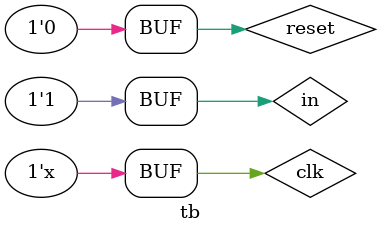
<source format=v>
`timescale 1ns / 1ps


module tb;

	// Inputs
	reg clk;
	reg reset;
	reg in;

	// Outputs
	wire out;

	// Instantiate the Unit Under Test (UUT)
	fsm uut (
		.clk(clk), 
		.reset(reset), 
		.in(in), 
		.out(out)
	);

	initial begin
		// Initialize Inputs
		clk = 0;
		reset = 0;
		in = "1";
		#10 in = 1;
		#10 in = 1;
		#10 in = 0;
		#10 in = 0;
		#10 in = 1;
		#10 in = 1;
		#10 in = 0;
		#10 in = 0;
		#10 in = 1;
		#10 in = 1;
	end
      always #5 clk = ~clk;
endmodule


</source>
